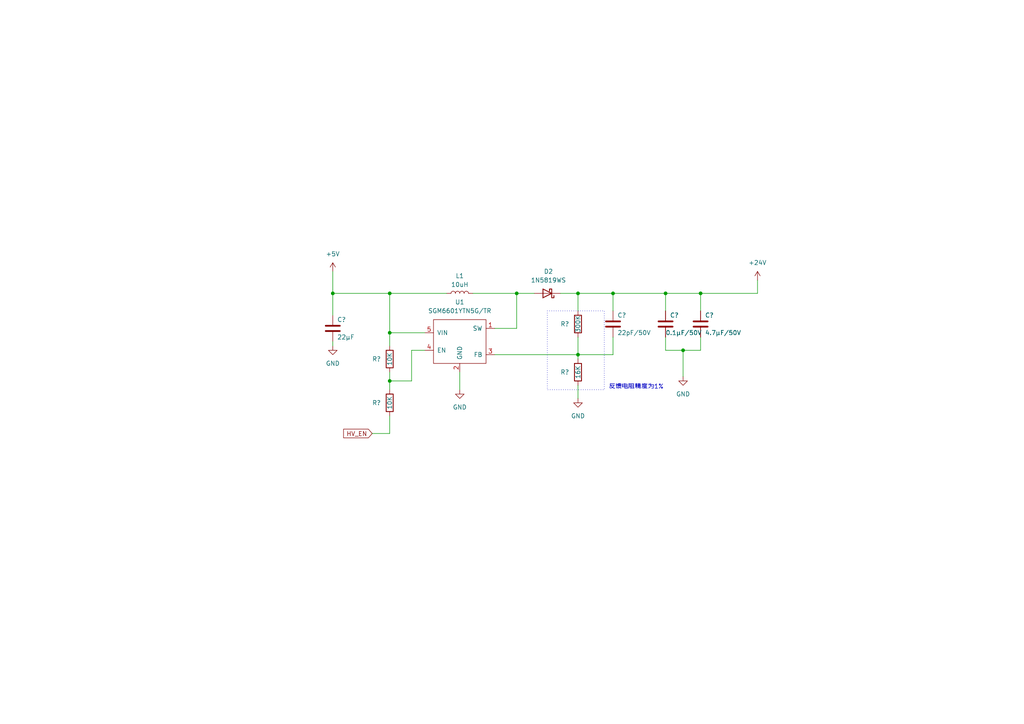
<source format=kicad_sch>
(kicad_sch (version 20230121) (generator eeschema)

  (uuid c4be5d85-fbd5-472f-a56c-e10795e7f281)

  (paper "A4")

  (title_block
    (title "ChronoVolt")
    (date "2023-10-07")
    (rev "0.1")
    (company "Final Resolution")
  )

  (lib_symbols
    (symbol "ChronoVolt_Lib:SGM6601YTN5G/TR" (pin_names (offset 1.016)) (in_bom yes) (on_board yes)
      (property "Reference" "U" (at 0 7.62 0)
        (effects (font (size 1.27 1.27)))
      )
      (property "Value" "SGM6601YTN5G/TR" (at 0 10.16 0)
        (effects (font (size 1.27 1.27)))
      )
      (property "Footprint" "Package_TO_SOT_SMD:TSOT-23-5" (at 0 12.7 0)
        (effects (font (size 1.27 1.27)) hide)
      )
      (property "Datasheet" "" (at 0 -2.032 0)
        (effects (font (size 1.27 1.27)) hide)
      )
      (symbol "SGM6601YTN5G/TR_1_1"
        (rectangle (start -7.62 6.35) (end 7.62 -6.35)
          (stroke (width 0.1524) (type default))
          (fill (type none))
        )
        (pin input line (at 10.16 3.81 180) (length 2.54)
          (name "SW" (effects (font (size 1.27 1.27))))
          (number "1" (effects (font (size 1.27 1.27))))
        )
        (pin input line (at 0 -8.89 90) (length 2.54)
          (name "GND" (effects (font (size 1.27 1.27))))
          (number "2" (effects (font (size 1.27 1.27))))
        )
        (pin input line (at 10.16 -3.81 180) (length 2.54)
          (name "FB" (effects (font (size 1.27 1.27))))
          (number "3" (effects (font (size 1.27 1.27))))
        )
        (pin input line (at -10.16 -2.54 0) (length 2.54)
          (name "EN" (effects (font (size 1.27 1.27))))
          (number "4" (effects (font (size 1.27 1.27))))
        )
        (pin input line (at -10.16 2.54 0) (length 2.54)
          (name "VIN" (effects (font (size 1.27 1.27))))
          (number "5" (effects (font (size 1.27 1.27))))
        )
      )
    )
    (symbol "Device:C" (pin_numbers hide) (pin_names (offset 0.254)) (in_bom yes) (on_board yes)
      (property "Reference" "C" (at 0.635 2.54 0)
        (effects (font (size 1.27 1.27)) (justify left))
      )
      (property "Value" "C" (at 0.635 -2.54 0)
        (effects (font (size 1.27 1.27)) (justify left))
      )
      (property "Footprint" "" (at 0.9652 -3.81 0)
        (effects (font (size 1.27 1.27)) hide)
      )
      (property "Datasheet" "~" (at 0 0 0)
        (effects (font (size 1.27 1.27)) hide)
      )
      (property "ki_keywords" "cap capacitor" (at 0 0 0)
        (effects (font (size 1.27 1.27)) hide)
      )
      (property "ki_description" "Unpolarized capacitor" (at 0 0 0)
        (effects (font (size 1.27 1.27)) hide)
      )
      (property "ki_fp_filters" "C_*" (at 0 0 0)
        (effects (font (size 1.27 1.27)) hide)
      )
      (symbol "C_0_1"
        (polyline
          (pts
            (xy -2.032 -0.762)
            (xy 2.032 -0.762)
          )
          (stroke (width 0.508) (type default))
          (fill (type none))
        )
        (polyline
          (pts
            (xy -2.032 0.762)
            (xy 2.032 0.762)
          )
          (stroke (width 0.508) (type default))
          (fill (type none))
        )
      )
      (symbol "C_1_1"
        (pin passive line (at 0 3.81 270) (length 2.794)
          (name "~" (effects (font (size 1.27 1.27))))
          (number "1" (effects (font (size 1.27 1.27))))
        )
        (pin passive line (at 0 -3.81 90) (length 2.794)
          (name "~" (effects (font (size 1.27 1.27))))
          (number "2" (effects (font (size 1.27 1.27))))
        )
      )
    )
    (symbol "Device:L" (pin_numbers hide) (pin_names (offset 1.016) hide) (in_bom yes) (on_board yes)
      (property "Reference" "L" (at -1.27 0 90)
        (effects (font (size 1.27 1.27)))
      )
      (property "Value" "L" (at 1.905 0 90)
        (effects (font (size 1.27 1.27)))
      )
      (property "Footprint" "" (at 0 0 0)
        (effects (font (size 1.27 1.27)) hide)
      )
      (property "Datasheet" "~" (at 0 0 0)
        (effects (font (size 1.27 1.27)) hide)
      )
      (property "ki_keywords" "inductor choke coil reactor magnetic" (at 0 0 0)
        (effects (font (size 1.27 1.27)) hide)
      )
      (property "ki_description" "Inductor" (at 0 0 0)
        (effects (font (size 1.27 1.27)) hide)
      )
      (property "ki_fp_filters" "Choke_* *Coil* Inductor_* L_*" (at 0 0 0)
        (effects (font (size 1.27 1.27)) hide)
      )
      (symbol "L_0_1"
        (arc (start 0 -2.54) (mid 0.6323 -1.905) (end 0 -1.27)
          (stroke (width 0) (type default))
          (fill (type none))
        )
        (arc (start 0 -1.27) (mid 0.6323 -0.635) (end 0 0)
          (stroke (width 0) (type default))
          (fill (type none))
        )
        (arc (start 0 0) (mid 0.6323 0.635) (end 0 1.27)
          (stroke (width 0) (type default))
          (fill (type none))
        )
        (arc (start 0 1.27) (mid 0.6323 1.905) (end 0 2.54)
          (stroke (width 0) (type default))
          (fill (type none))
        )
      )
      (symbol "L_1_1"
        (pin passive line (at 0 3.81 270) (length 1.27)
          (name "1" (effects (font (size 1.27 1.27))))
          (number "1" (effects (font (size 1.27 1.27))))
        )
        (pin passive line (at 0 -3.81 90) (length 1.27)
          (name "2" (effects (font (size 1.27 1.27))))
          (number "2" (effects (font (size 1.27 1.27))))
        )
      )
    )
    (symbol "Device:R" (pin_numbers hide) (pin_names (offset 0)) (in_bom yes) (on_board yes)
      (property "Reference" "R" (at 2.032 0 90)
        (effects (font (size 1.27 1.27)))
      )
      (property "Value" "R" (at 0 0 90)
        (effects (font (size 1.27 1.27)))
      )
      (property "Footprint" "" (at -1.778 0 90)
        (effects (font (size 1.27 1.27)) hide)
      )
      (property "Datasheet" "~" (at 0 0 0)
        (effects (font (size 1.27 1.27)) hide)
      )
      (property "ki_keywords" "R res resistor" (at 0 0 0)
        (effects (font (size 1.27 1.27)) hide)
      )
      (property "ki_description" "Resistor" (at 0 0 0)
        (effects (font (size 1.27 1.27)) hide)
      )
      (property "ki_fp_filters" "R_*" (at 0 0 0)
        (effects (font (size 1.27 1.27)) hide)
      )
      (symbol "R_0_1"
        (rectangle (start -1.016 -2.54) (end 1.016 2.54)
          (stroke (width 0.254) (type default))
          (fill (type none))
        )
      )
      (symbol "R_1_1"
        (pin passive line (at 0 3.81 270) (length 1.27)
          (name "~" (effects (font (size 1.27 1.27))))
          (number "1" (effects (font (size 1.27 1.27))))
        )
        (pin passive line (at 0 -3.81 90) (length 1.27)
          (name "~" (effects (font (size 1.27 1.27))))
          (number "2" (effects (font (size 1.27 1.27))))
        )
      )
    )
    (symbol "Diode:1N5819WS" (pin_numbers hide) (pin_names (offset 1.016) hide) (in_bom yes) (on_board yes)
      (property "Reference" "D" (at 0 2.54 0)
        (effects (font (size 1.27 1.27)))
      )
      (property "Value" "1N5819WS" (at 0 -2.54 0)
        (effects (font (size 1.27 1.27)))
      )
      (property "Footprint" "Diode_SMD:D_SOD-323" (at 0 -4.445 0)
        (effects (font (size 1.27 1.27)) hide)
      )
      (property "Datasheet" "https://datasheet.lcsc.com/lcsc/2204281430_Guangdong-Hottech-1N5819WS_C191023.pdf" (at 0 0 0)
        (effects (font (size 1.27 1.27)) hide)
      )
      (property "ki_keywords" "diode Schottky" (at 0 0 0)
        (effects (font (size 1.27 1.27)) hide)
      )
      (property "ki_description" "40V 600mV@1A 1A SOD-323 Schottky Barrier Diodes, SOD-323" (at 0 0 0)
        (effects (font (size 1.27 1.27)) hide)
      )
      (property "ki_fp_filters" "D*SOD?323*" (at 0 0 0)
        (effects (font (size 1.27 1.27)) hide)
      )
      (symbol "1N5819WS_0_1"
        (polyline
          (pts
            (xy 1.27 0)
            (xy -1.27 0)
          )
          (stroke (width 0) (type default))
          (fill (type none))
        )
        (polyline
          (pts
            (xy 1.27 1.27)
            (xy 1.27 -1.27)
            (xy -1.27 0)
            (xy 1.27 1.27)
          )
          (stroke (width 0.254) (type default))
          (fill (type none))
        )
        (polyline
          (pts
            (xy -1.905 0.635)
            (xy -1.905 1.27)
            (xy -1.27 1.27)
            (xy -1.27 -1.27)
            (xy -0.635 -1.27)
            (xy -0.635 -0.635)
          )
          (stroke (width 0.254) (type default))
          (fill (type none))
        )
      )
      (symbol "1N5819WS_1_1"
        (pin passive line (at -3.81 0 0) (length 2.54)
          (name "K" (effects (font (size 1.27 1.27))))
          (number "1" (effects (font (size 1.27 1.27))))
        )
        (pin passive line (at 3.81 0 180) (length 2.54)
          (name "A" (effects (font (size 1.27 1.27))))
          (number "2" (effects (font (size 1.27 1.27))))
        )
      )
    )
    (symbol "power:+24V" (power) (pin_names (offset 0)) (in_bom yes) (on_board yes)
      (property "Reference" "#PWR" (at 0 -3.81 0)
        (effects (font (size 1.27 1.27)) hide)
      )
      (property "Value" "+24V" (at 0 3.556 0)
        (effects (font (size 1.27 1.27)))
      )
      (property "Footprint" "" (at 0 0 0)
        (effects (font (size 1.27 1.27)) hide)
      )
      (property "Datasheet" "" (at 0 0 0)
        (effects (font (size 1.27 1.27)) hide)
      )
      (property "ki_keywords" "global power" (at 0 0 0)
        (effects (font (size 1.27 1.27)) hide)
      )
      (property "ki_description" "Power symbol creates a global label with name \"+24V\"" (at 0 0 0)
        (effects (font (size 1.27 1.27)) hide)
      )
      (symbol "+24V_0_1"
        (polyline
          (pts
            (xy -0.762 1.27)
            (xy 0 2.54)
          )
          (stroke (width 0) (type default))
          (fill (type none))
        )
        (polyline
          (pts
            (xy 0 0)
            (xy 0 2.54)
          )
          (stroke (width 0) (type default))
          (fill (type none))
        )
        (polyline
          (pts
            (xy 0 2.54)
            (xy 0.762 1.27)
          )
          (stroke (width 0) (type default))
          (fill (type none))
        )
      )
      (symbol "+24V_1_1"
        (pin power_in line (at 0 0 90) (length 0) hide
          (name "+24V" (effects (font (size 1.27 1.27))))
          (number "1" (effects (font (size 1.27 1.27))))
        )
      )
    )
    (symbol "power:+5V" (power) (pin_names (offset 0)) (in_bom yes) (on_board yes)
      (property "Reference" "#PWR" (at 0 -3.81 0)
        (effects (font (size 1.27 1.27)) hide)
      )
      (property "Value" "+5V" (at 0 3.556 0)
        (effects (font (size 1.27 1.27)))
      )
      (property "Footprint" "" (at 0 0 0)
        (effects (font (size 1.27 1.27)) hide)
      )
      (property "Datasheet" "" (at 0 0 0)
        (effects (font (size 1.27 1.27)) hide)
      )
      (property "ki_keywords" "global power" (at 0 0 0)
        (effects (font (size 1.27 1.27)) hide)
      )
      (property "ki_description" "Power symbol creates a global label with name \"+5V\"" (at 0 0 0)
        (effects (font (size 1.27 1.27)) hide)
      )
      (symbol "+5V_0_1"
        (polyline
          (pts
            (xy -0.762 1.27)
            (xy 0 2.54)
          )
          (stroke (width 0) (type default))
          (fill (type none))
        )
        (polyline
          (pts
            (xy 0 0)
            (xy 0 2.54)
          )
          (stroke (width 0) (type default))
          (fill (type none))
        )
        (polyline
          (pts
            (xy 0 2.54)
            (xy 0.762 1.27)
          )
          (stroke (width 0) (type default))
          (fill (type none))
        )
      )
      (symbol "+5V_1_1"
        (pin power_in line (at 0 0 90) (length 0) hide
          (name "+5V" (effects (font (size 1.27 1.27))))
          (number "1" (effects (font (size 1.27 1.27))))
        )
      )
    )
    (symbol "power:GND" (power) (pin_names (offset 0)) (in_bom yes) (on_board yes)
      (property "Reference" "#PWR" (at 0 -6.35 0)
        (effects (font (size 1.27 1.27)) hide)
      )
      (property "Value" "GND" (at 0 -3.81 0)
        (effects (font (size 1.27 1.27)))
      )
      (property "Footprint" "" (at 0 0 0)
        (effects (font (size 1.27 1.27)) hide)
      )
      (property "Datasheet" "" (at 0 0 0)
        (effects (font (size 1.27 1.27)) hide)
      )
      (property "ki_keywords" "global power" (at 0 0 0)
        (effects (font (size 1.27 1.27)) hide)
      )
      (property "ki_description" "Power symbol creates a global label with name \"GND\" , ground" (at 0 0 0)
        (effects (font (size 1.27 1.27)) hide)
      )
      (symbol "GND_0_1"
        (polyline
          (pts
            (xy 0 0)
            (xy 0 -1.27)
            (xy 1.27 -1.27)
            (xy 0 -2.54)
            (xy -1.27 -1.27)
            (xy 0 -1.27)
          )
          (stroke (width 0) (type default))
          (fill (type none))
        )
      )
      (symbol "GND_1_1"
        (pin power_in line (at 0 0 270) (length 0) hide
          (name "GND" (effects (font (size 1.27 1.27))))
          (number "1" (effects (font (size 1.27 1.27))))
        )
      )
    )
  )

  (junction (at 96.52 85.09) (diameter 0) (color 0 0 0 0)
    (uuid 125169d1-b6f9-4ad4-975a-7a9fda85c30c)
  )
  (junction (at 113.03 96.52) (diameter 0) (color 0 0 0 0)
    (uuid 4d143e95-e9bf-4dd5-8e8f-b3d3250c489f)
  )
  (junction (at 203.2 85.09) (diameter 0) (color 0 0 0 0)
    (uuid 7518fb6c-a3fb-49c5-867c-31729fd3b7d4)
  )
  (junction (at 177.8 85.09) (diameter 0) (color 0 0 0 0)
    (uuid 7882c320-858d-4a4c-8873-79d351a5c99e)
  )
  (junction (at 167.64 85.09) (diameter 0) (color 0 0 0 0)
    (uuid 80e5e4ab-0261-489d-b911-f41b56aeb490)
  )
  (junction (at 167.64 102.87) (diameter 0) (color 0 0 0 0)
    (uuid b29cd824-f518-4647-9687-7b12e3c40296)
  )
  (junction (at 113.03 85.09) (diameter 0) (color 0 0 0 0)
    (uuid d40bd037-7a58-4a2b-8f79-49b2031c0804)
  )
  (junction (at 193.04 85.09) (diameter 0) (color 0 0 0 0)
    (uuid e304d70c-48c5-4b8d-927d-8006a849a288)
  )
  (junction (at 198.12 101.6) (diameter 0) (color 0 0 0 0)
    (uuid e6bd2ccb-4780-4ea0-8146-ee4a02c75d19)
  )
  (junction (at 113.03 110.49) (diameter 0) (color 0 0 0 0)
    (uuid f1e0f66e-6192-4924-b5db-0d7db448a0c0)
  )
  (junction (at 149.86 85.09) (diameter 0) (color 0 0 0 0)
    (uuid fa68bc41-76e7-4718-825f-367c36dd4a50)
  )

  (wire (pts (xy 177.8 90.17) (xy 177.8 85.09))
    (stroke (width 0) (type default))
    (uuid 00e87074-07a8-4a0d-95fc-77874d10e7bc)
  )
  (wire (pts (xy 113.03 110.49) (xy 113.03 113.03))
    (stroke (width 0) (type default))
    (uuid 05c57016-9b00-4c12-bc7b-3e3b423e80c7)
  )
  (wire (pts (xy 149.86 95.25) (xy 149.86 85.09))
    (stroke (width 0) (type default))
    (uuid 06c20e52-5e9a-4920-9b73-cacda301a89e)
  )
  (wire (pts (xy 129.54 85.09) (xy 113.03 85.09))
    (stroke (width 0) (type default))
    (uuid 07766cc9-a30a-4ce1-8d4a-07f7327b7b32)
  )
  (wire (pts (xy 96.52 99.06) (xy 96.52 100.33))
    (stroke (width 0) (type default))
    (uuid 13891f9c-1a21-4aab-a670-ced1c3f105ed)
  )
  (wire (pts (xy 137.16 85.09) (xy 149.86 85.09))
    (stroke (width 0) (type default))
    (uuid 190a63d9-46fd-400b-9bc0-9e479388103f)
  )
  (wire (pts (xy 198.12 101.6) (xy 193.04 101.6))
    (stroke (width 0) (type default))
    (uuid 1b81eef8-0355-4514-9852-5670b469203f)
  )
  (wire (pts (xy 193.04 85.09) (xy 203.2 85.09))
    (stroke (width 0) (type default))
    (uuid 1ba852a6-029f-40e6-a453-6cccd33957b2)
  )
  (wire (pts (xy 219.71 85.09) (xy 219.71 81.28))
    (stroke (width 0) (type default))
    (uuid 27d0e519-6d90-4dd7-86d1-5b41823f97bf)
  )
  (wire (pts (xy 198.12 101.6) (xy 198.12 109.22))
    (stroke (width 0) (type default))
    (uuid 28bdbf24-dfe1-44aa-b5d8-ef70c3bc7a1b)
  )
  (wire (pts (xy 193.04 90.17) (xy 193.04 85.09))
    (stroke (width 0) (type default))
    (uuid 2c4e5c52-da67-4e4e-9113-b9fb5864cedf)
  )
  (wire (pts (xy 119.38 110.49) (xy 113.03 110.49))
    (stroke (width 0) (type default))
    (uuid 33000533-5fc2-43ce-8a69-1b66bb484555)
  )
  (wire (pts (xy 113.03 96.52) (xy 113.03 100.33))
    (stroke (width 0) (type default))
    (uuid 3dd74121-a6a1-4723-8254-431daab5a0b5)
  )
  (wire (pts (xy 133.35 113.03) (xy 133.35 107.95))
    (stroke (width 0) (type default))
    (uuid 3f2baee1-9750-4406-833c-90b504a389c6)
  )
  (wire (pts (xy 143.51 102.87) (xy 167.64 102.87))
    (stroke (width 0) (type default))
    (uuid 45691aa7-1e87-45e9-b2b3-041af8df6e59)
  )
  (wire (pts (xy 162.56 85.09) (xy 167.64 85.09))
    (stroke (width 0) (type default))
    (uuid 49395605-9d3f-4a4e-a4ff-09117a2bf38d)
  )
  (wire (pts (xy 96.52 85.09) (xy 96.52 91.44))
    (stroke (width 0) (type default))
    (uuid 4b0dbe13-d544-4c5e-84d7-2c8f64b5b1d4)
  )
  (wire (pts (xy 113.03 125.73) (xy 113.03 120.65))
    (stroke (width 0) (type default))
    (uuid 4c1dead0-d565-47be-a338-5c9e2c397d6c)
  )
  (wire (pts (xy 113.03 110.49) (xy 113.03 107.95))
    (stroke (width 0) (type default))
    (uuid 4f9d03eb-3c19-461d-8252-260a789f1719)
  )
  (wire (pts (xy 113.03 85.09) (xy 96.52 85.09))
    (stroke (width 0) (type default))
    (uuid 68344fa9-e6f3-4c63-b4fc-250fdd2aedf7)
  )
  (wire (pts (xy 107.95 125.73) (xy 113.03 125.73))
    (stroke (width 0) (type default))
    (uuid 6c6dc6ac-81bd-4542-adcc-01a83d9c04be)
  )
  (wire (pts (xy 149.86 85.09) (xy 154.94 85.09))
    (stroke (width 0) (type default))
    (uuid 6f513ff1-e682-429e-ad24-669f62354d60)
  )
  (wire (pts (xy 193.04 97.79) (xy 193.04 101.6))
    (stroke (width 0) (type default))
    (uuid 74687fde-0f0f-4314-b7e3-c5bbd74b386b)
  )
  (wire (pts (xy 203.2 90.17) (xy 203.2 85.09))
    (stroke (width 0) (type default))
    (uuid 7b8e69d4-cf7f-49b9-a23e-885df31af9f2)
  )
  (wire (pts (xy 119.38 101.6) (xy 119.38 110.49))
    (stroke (width 0) (type default))
    (uuid 801bdb1a-1fb9-498c-a6bd-379bdfcf613d)
  )
  (wire (pts (xy 198.12 101.6) (xy 203.2 101.6))
    (stroke (width 0) (type default))
    (uuid 80c0125e-5c32-46a1-8129-2e9b83f4098b)
  )
  (wire (pts (xy 177.8 85.09) (xy 193.04 85.09))
    (stroke (width 0) (type default))
    (uuid 836fd0cc-f94e-493d-8883-b4f87e8df66d)
  )
  (wire (pts (xy 123.19 101.6) (xy 119.38 101.6))
    (stroke (width 0) (type default))
    (uuid 85a2f7b5-976c-473c-b47f-8b19f871b3ee)
  )
  (wire (pts (xy 203.2 85.09) (xy 219.71 85.09))
    (stroke (width 0) (type default))
    (uuid 85c9dcf1-0405-45a2-9c56-6b2eee600f81)
  )
  (wire (pts (xy 143.51 95.25) (xy 149.86 95.25))
    (stroke (width 0) (type default))
    (uuid 959b4037-edb2-41f6-aec9-2e16e767b616)
  )
  (wire (pts (xy 177.8 97.79) (xy 177.8 102.87))
    (stroke (width 0) (type default))
    (uuid a04c6e3b-3d7d-4272-98eb-66df0805ad52)
  )
  (wire (pts (xy 167.64 102.87) (xy 167.64 104.14))
    (stroke (width 0) (type default))
    (uuid c415476b-b998-4d41-a19a-ae26f4ca56b4)
  )
  (wire (pts (xy 96.52 78.74) (xy 96.52 85.09))
    (stroke (width 0) (type default))
    (uuid cbbb12f0-8297-41c2-97c9-7083532fa38b)
  )
  (wire (pts (xy 113.03 96.52) (xy 113.03 85.09))
    (stroke (width 0) (type default))
    (uuid cdd3e473-4acf-4f21-839e-dcba8eeed16f)
  )
  (wire (pts (xy 177.8 85.09) (xy 167.64 85.09))
    (stroke (width 0) (type default))
    (uuid d5b7b4e8-0875-42a1-b403-e27870dd21a9)
  )
  (wire (pts (xy 167.64 97.79) (xy 167.64 102.87))
    (stroke (width 0) (type default))
    (uuid d5bb34fd-f841-4f3e-8e60-70d1edc9fe54)
  )
  (wire (pts (xy 203.2 97.79) (xy 203.2 101.6))
    (stroke (width 0) (type default))
    (uuid d7915b9b-b42a-4c7b-9adc-2ab12660e64c)
  )
  (wire (pts (xy 167.64 102.87) (xy 177.8 102.87))
    (stroke (width 0) (type default))
    (uuid df3c396d-bc27-4a62-bedd-869d829967c6)
  )
  (wire (pts (xy 123.19 96.52) (xy 113.03 96.52))
    (stroke (width 0) (type default))
    (uuid e8bcf437-44bc-4a14-b826-40a39faf7a32)
  )
  (wire (pts (xy 167.64 111.76) (xy 167.64 115.57))
    (stroke (width 0) (type default))
    (uuid ee123c8a-b6a9-49d6-81fe-b517634ff592)
  )
  (wire (pts (xy 167.64 85.09) (xy 167.64 90.17))
    (stroke (width 0) (type default))
    (uuid ef3c1081-9144-49f2-80cb-4569728efff6)
  )

  (rectangle (start 158.75 90.17) (end 175.26 113.03)
    (stroke (width 0) (type dot))
    (fill (type none))
    (uuid e5bfaa65-876c-44d8-a557-69f046a66797)
  )

  (text "反馈电阻精度为1%" (at 176.53 113.03 0)
    (effects (font (size 1.27 1.27)) (justify left bottom))
    (uuid 6b834387-4665-43ee-9fa5-e6e01ce7cb24)
  )

  (global_label "HV_EN" (shape input) (at 107.95 125.73 180) (fields_autoplaced)
    (effects (font (size 1.27 1.27)) (justify right))
    (uuid 6331189b-6e6e-4314-821d-e91a04a9045c)
    (property "Intersheetrefs" "${INTERSHEET_REFS}" (at 99.178 125.73 0)
      (effects (font (size 1.27 1.27)) (justify right) hide)
    )
  )

  (symbol (lib_id "Device:C") (at 177.8 93.98 0) (unit 1)
    (in_bom yes) (on_board yes) (dnp no)
    (uuid 1cec2b52-f7fb-4d57-b22c-3b49e5efd766)
    (property "Reference" "C?" (at 179.07 91.44 0)
      (effects (font (size 1.27 1.27)) (justify left))
    )
    (property "Value" "22pF/50V" (at 179.07 96.52 0)
      (effects (font (size 1.27 1.27)) (justify left))
    )
    (property "Footprint" "Capacitor_SMD:C_0603_1608Metric" (at 178.7652 97.79 0)
      (effects (font (size 1.27 1.27)) hide)
    )
    (property "Datasheet" "~" (at 177.8 93.98 0)
      (effects (font (size 1.27 1.27)) hide)
    )
    (pin "1" (uuid 8d454549-562e-4c1e-8f84-ae418c031b21))
    (pin "2" (uuid 3bffc973-22c0-4856-834c-85b2fe8ab8dd))
    (instances
      (project "Final_ESPNoob_RevA_1006"
        (path "/020f851d-ff42-49ee-a080-0144446afa6e"
          (reference "C?") (unit 1)
        )
      )
      (project "ChronoVolt_Display"
        (path "/cceb3d39-99f1-4cc7-aa1d-f414cbebc8ea/b093c988-cfbb-4967-acff-4c3e523ec5a1"
          (reference "C4") (unit 1)
        )
      )
    )
  )

  (symbol (lib_id "power:GND") (at 167.64 115.57 0) (unit 1)
    (in_bom yes) (on_board yes) (dnp no) (fields_autoplaced)
    (uuid 280c7ab0-c366-4fde-9063-09fc2c76fffe)
    (property "Reference" "#PWR?" (at 167.64 121.92 0)
      (effects (font (size 1.27 1.27)) hide)
    )
    (property "Value" "GND" (at 167.64 120.65 0)
      (effects (font (size 1.27 1.27)))
    )
    (property "Footprint" "" (at 167.64 115.57 0)
      (effects (font (size 1.27 1.27)) hide)
    )
    (property "Datasheet" "" (at 167.64 115.57 0)
      (effects (font (size 1.27 1.27)) hide)
    )
    (pin "1" (uuid 24915bbd-4c97-4c74-90c1-76fa4ff0ee67))
    (instances
      (project "Final_ESPNoob_RevA_1006"
        (path "/020f851d-ff42-49ee-a080-0144446afa6e"
          (reference "#PWR?") (unit 1)
        )
      )
      (project "ChronoVolt_Display"
        (path "/cceb3d39-99f1-4cc7-aa1d-f414cbebc8ea/b093c988-cfbb-4967-acff-4c3e523ec5a1"
          (reference "#PWR012") (unit 1)
        )
      )
    )
  )

  (symbol (lib_id "power:GND") (at 133.35 113.03 0) (unit 1)
    (in_bom yes) (on_board yes) (dnp no) (fields_autoplaced)
    (uuid 29572020-1019-49cd-810b-eff0fe408c88)
    (property "Reference" "#PWR011" (at 133.35 119.38 0)
      (effects (font (size 1.27 1.27)) hide)
    )
    (property "Value" "GND" (at 133.35 118.11 0)
      (effects (font (size 1.27 1.27)))
    )
    (property "Footprint" "" (at 133.35 113.03 0)
      (effects (font (size 1.27 1.27)) hide)
    )
    (property "Datasheet" "" (at 133.35 113.03 0)
      (effects (font (size 1.27 1.27)) hide)
    )
    (pin "1" (uuid 18aaf8bf-2fb7-44bd-8c0c-ea98e4009b92))
    (instances
      (project "ChronoVolt_Display"
        (path "/cceb3d39-99f1-4cc7-aa1d-f414cbebc8ea/b093c988-cfbb-4967-acff-4c3e523ec5a1"
          (reference "#PWR011") (unit 1)
        )
      )
    )
  )

  (symbol (lib_id "power:GND") (at 198.12 109.22 0) (unit 1)
    (in_bom yes) (on_board yes) (dnp no) (fields_autoplaced)
    (uuid 654e93dc-1c5b-4b22-b8fe-8170db2db139)
    (property "Reference" "#PWR?" (at 198.12 115.57 0)
      (effects (font (size 1.27 1.27)) hide)
    )
    (property "Value" "GND" (at 198.12 114.3 0)
      (effects (font (size 1.27 1.27)))
    )
    (property "Footprint" "" (at 198.12 109.22 0)
      (effects (font (size 1.27 1.27)) hide)
    )
    (property "Datasheet" "" (at 198.12 109.22 0)
      (effects (font (size 1.27 1.27)) hide)
    )
    (pin "1" (uuid fcd6ed5a-1ce0-446c-a369-4a3c1aea1d45))
    (instances
      (project "Final_ESPNoob_RevA_1006"
        (path "/020f851d-ff42-49ee-a080-0144446afa6e"
          (reference "#PWR?") (unit 1)
        )
      )
      (project "ChronoVolt_Display"
        (path "/cceb3d39-99f1-4cc7-aa1d-f414cbebc8ea/b093c988-cfbb-4967-acff-4c3e523ec5a1"
          (reference "#PWR013") (unit 1)
        )
      )
    )
  )

  (symbol (lib_id "Device:R") (at 113.03 116.84 0) (unit 1)
    (in_bom no) (on_board yes) (dnp no)
    (uuid 7f9db682-1382-4f69-ad4b-52b83910bba8)
    (property "Reference" "R?" (at 109.22 116.84 0)
      (effects (font (size 1.27 1.27)))
    )
    (property "Value" "10K" (at 113.03 116.84 90)
      (effects (font (size 1.27 1.27)))
    )
    (property "Footprint" "Resistor_SMD:R_0603_1608Metric" (at 111.252 116.84 90)
      (effects (font (size 1.27 1.27)) hide)
    )
    (property "Datasheet" "~" (at 113.03 116.84 0)
      (effects (font (size 1.27 1.27)) hide)
    )
    (pin "1" (uuid f25719e0-618c-4b97-b234-8ead1a83105c))
    (pin "2" (uuid 8f5aa6ce-9fe7-47c7-93c7-3c259f85a8ce))
    (instances
      (project "Final_ESPNoob_RevA_1006"
        (path "/020f851d-ff42-49ee-a080-0144446afa6e"
          (reference "R?") (unit 1)
        )
      )
      (project "ChronoVolt_Display"
        (path "/cceb3d39-99f1-4cc7-aa1d-f414cbebc8ea/b093c988-cfbb-4967-acff-4c3e523ec5a1"
          (reference "R7") (unit 1)
        )
      )
    )
  )

  (symbol (lib_id "Device:C") (at 193.04 93.98 0) (unit 1)
    (in_bom yes) (on_board yes) (dnp no)
    (uuid 8af22179-ab4c-4e0e-9147-4704d665819f)
    (property "Reference" "C?" (at 194.31 91.44 0)
      (effects (font (size 1.27 1.27)) (justify left))
    )
    (property "Value" "0.1μF/50V" (at 193.04 96.52 0)
      (effects (font (size 1.27 1.27)) (justify left))
    )
    (property "Footprint" "Capacitor_SMD:C_0603_1608Metric" (at 194.0052 97.79 0)
      (effects (font (size 1.27 1.27)) hide)
    )
    (property "Datasheet" "~" (at 193.04 93.98 0)
      (effects (font (size 1.27 1.27)) hide)
    )
    (pin "1" (uuid 6be0dccd-1d50-425d-bb6a-d9654df1937a))
    (pin "2" (uuid 9cbc2228-3ce1-41a7-8013-de0a78e8abcf))
    (instances
      (project "Final_ESPNoob_RevA_1006"
        (path "/020f851d-ff42-49ee-a080-0144446afa6e"
          (reference "C?") (unit 1)
        )
      )
      (project "ChronoVolt_Display"
        (path "/cceb3d39-99f1-4cc7-aa1d-f414cbebc8ea/b093c988-cfbb-4967-acff-4c3e523ec5a1"
          (reference "C5") (unit 1)
        )
      )
    )
  )

  (symbol (lib_id "power:GND") (at 96.52 100.33 0) (unit 1)
    (in_bom yes) (on_board yes) (dnp no)
    (uuid 8cd28021-f6ce-46d1-b7db-f89d24c913f2)
    (property "Reference" "#PWR?" (at 96.52 106.68 0)
      (effects (font (size 1.27 1.27)) hide)
    )
    (property "Value" "GND" (at 96.52 105.41 0)
      (effects (font (size 1.27 1.27)))
    )
    (property "Footprint" "" (at 96.52 100.33 0)
      (effects (font (size 1.27 1.27)) hide)
    )
    (property "Datasheet" "" (at 96.52 100.33 0)
      (effects (font (size 1.27 1.27)) hide)
    )
    (pin "1" (uuid 3814ebd5-01cd-4a67-b79d-7ac67fcf9bdd))
    (instances
      (project "Final_ESPNoob_RevA_1006"
        (path "/020f851d-ff42-49ee-a080-0144446afa6e"
          (reference "#PWR?") (unit 1)
        )
      )
      (project "ChronoVolt_Display"
        (path "/cceb3d39-99f1-4cc7-aa1d-f414cbebc8ea/b093c988-cfbb-4967-acff-4c3e523ec5a1"
          (reference "#PWR010") (unit 1)
        )
      )
    )
  )

  (symbol (lib_id "Device:R") (at 113.03 104.14 0) (unit 1)
    (in_bom yes) (on_board yes) (dnp no)
    (uuid 96ae112c-cb57-46e3-b9ad-bf8c88ee1e6a)
    (property "Reference" "R?" (at 109.22 104.14 0)
      (effects (font (size 1.27 1.27)))
    )
    (property "Value" "10K" (at 113.03 104.14 90)
      (effects (font (size 1.27 1.27)))
    )
    (property "Footprint" "Resistor_SMD:R_0603_1608Metric" (at 111.252 104.14 90)
      (effects (font (size 1.27 1.27)) hide)
    )
    (property "Datasheet" "~" (at 113.03 104.14 0)
      (effects (font (size 1.27 1.27)) hide)
    )
    (pin "1" (uuid 631a2585-5491-411b-b0f5-841f4c5ede18))
    (pin "2" (uuid 59560130-0e7e-4391-a029-9dc2582aaeed))
    (instances
      (project "Final_ESPNoob_RevA_1006"
        (path "/020f851d-ff42-49ee-a080-0144446afa6e"
          (reference "R?") (unit 1)
        )
      )
      (project "ChronoVolt_Display"
        (path "/cceb3d39-99f1-4cc7-aa1d-f414cbebc8ea/b093c988-cfbb-4967-acff-4c3e523ec5a1"
          (reference "R6") (unit 1)
        )
      )
    )
  )

  (symbol (lib_id "Device:R") (at 167.64 93.98 0) (unit 1)
    (in_bom yes) (on_board yes) (dnp no)
    (uuid 96f215b2-5851-4cd0-93c4-99c3e5009460)
    (property "Reference" "R?" (at 163.83 93.98 0)
      (effects (font (size 1.27 1.27)))
    )
    (property "Value" "300K" (at 167.64 93.98 90)
      (effects (font (size 1.27 1.27)))
    )
    (property "Footprint" "Resistor_SMD:R_0603_1608Metric" (at 165.862 93.98 90)
      (effects (font (size 1.27 1.27)) hide)
    )
    (property "Datasheet" "~" (at 167.64 93.98 0)
      (effects (font (size 1.27 1.27)) hide)
    )
    (pin "1" (uuid 23894767-271f-4570-8481-9b82c6633b56))
    (pin "2" (uuid 4b538094-dbf7-4670-8efd-2221a7795e0d))
    (instances
      (project "Final_ESPNoob_RevA_1006"
        (path "/020f851d-ff42-49ee-a080-0144446afa6e"
          (reference "R?") (unit 1)
        )
      )
      (project "ChronoVolt_Display"
        (path "/cceb3d39-99f1-4cc7-aa1d-f414cbebc8ea/b093c988-cfbb-4967-acff-4c3e523ec5a1"
          (reference "R8") (unit 1)
        )
      )
    )
  )

  (symbol (lib_id "ChronoVolt_Lib:SGM6601YTN5G/TR") (at 133.35 99.06 0) (unit 1)
    (in_bom yes) (on_board yes) (dnp no) (fields_autoplaced)
    (uuid a21f0a11-bf21-441c-8dc7-c40169710ca0)
    (property "Reference" "U1" (at 133.35 87.63 0)
      (effects (font (size 1.27 1.27)))
    )
    (property "Value" "SGM6601YTN5G/TR" (at 133.35 90.17 0)
      (effects (font (size 1.27 1.27)))
    )
    (property "Footprint" "Package_TO_SOT_SMD:TSOT-23-5" (at 133.35 86.36 0)
      (effects (font (size 1.27 1.27)) hide)
    )
    (property "Datasheet" "" (at 133.35 101.092 0)
      (effects (font (size 1.27 1.27)) hide)
    )
    (pin "1" (uuid b42ed98d-4ba7-4b90-bfce-61ab67ac6b42))
    (pin "2" (uuid 8b8501bd-c9e5-4cea-931b-182c3978096a))
    (pin "3" (uuid 6cd0d353-68f0-4b18-96bf-51b236595e25))
    (pin "4" (uuid aeea920d-a0dc-433c-abe8-db39cab7e176))
    (pin "5" (uuid 5358a56f-a045-4f9a-ac21-d6e55599f89c))
    (instances
      (project "ChronoVolt_Display"
        (path "/cceb3d39-99f1-4cc7-aa1d-f414cbebc8ea/b093c988-cfbb-4967-acff-4c3e523ec5a1"
          (reference "U1") (unit 1)
        )
      )
    )
  )

  (symbol (lib_id "Device:C") (at 96.52 95.25 0) (unit 1)
    (in_bom yes) (on_board yes) (dnp no)
    (uuid c5c9fe57-8cf0-4953-b843-f6451bbfd2f9)
    (property "Reference" "C?" (at 97.79 92.71 0)
      (effects (font (size 1.27 1.27)) (justify left))
    )
    (property "Value" "22μF" (at 97.79 97.79 0)
      (effects (font (size 1.27 1.27)) (justify left))
    )
    (property "Footprint" "Capacitor_SMD:C_0603_1608Metric" (at 97.4852 99.06 0)
      (effects (font (size 1.27 1.27)) hide)
    )
    (property "Datasheet" "~" (at 96.52 95.25 0)
      (effects (font (size 1.27 1.27)) hide)
    )
    (pin "1" (uuid beffc6e1-ca90-4b53-ab13-56bbc492882c))
    (pin "2" (uuid b6920920-437f-4c5f-8e63-43b4bcab0bed))
    (instances
      (project "Final_ESPNoob_RevA_1006"
        (path "/020f851d-ff42-49ee-a080-0144446afa6e"
          (reference "C?") (unit 1)
        )
      )
      (project "ChronoVolt_Display"
        (path "/cceb3d39-99f1-4cc7-aa1d-f414cbebc8ea/b093c988-cfbb-4967-acff-4c3e523ec5a1"
          (reference "C3") (unit 1)
        )
      )
    )
  )

  (symbol (lib_id "Device:L") (at 133.35 85.09 90) (unit 1)
    (in_bom yes) (on_board yes) (dnp no) (fields_autoplaced)
    (uuid c6170224-735a-4953-83fe-8b6803112ac4)
    (property "Reference" "L1" (at 133.35 80.01 90)
      (effects (font (size 1.27 1.27)))
    )
    (property "Value" "10uH" (at 133.35 82.55 90)
      (effects (font (size 1.27 1.27)))
    )
    (property "Footprint" "Inductor_SMD:L_1008_2520Metric" (at 133.35 85.09 0)
      (effects (font (size 1.27 1.27)) hide)
    )
    (property "Datasheet" "~" (at 133.35 85.09 0)
      (effects (font (size 1.27 1.27)) hide)
    )
    (pin "1" (uuid 02c738b8-1722-4601-af50-78a87a643d73))
    (pin "2" (uuid 2135196b-d278-43a3-a8aa-847a51a43fc9))
    (instances
      (project "ChronoVolt_Display"
        (path "/cceb3d39-99f1-4cc7-aa1d-f414cbebc8ea/b093c988-cfbb-4967-acff-4c3e523ec5a1"
          (reference "L1") (unit 1)
        )
      )
    )
  )

  (symbol (lib_id "Diode:1N5819WS") (at 158.75 85.09 180) (unit 1)
    (in_bom yes) (on_board yes) (dnp no) (fields_autoplaced)
    (uuid d4ffac93-9737-4063-8381-872b492fe5c0)
    (property "Reference" "D2" (at 159.0675 78.74 0)
      (effects (font (size 1.27 1.27)))
    )
    (property "Value" "1N5819WS" (at 159.0675 81.28 0)
      (effects (font (size 1.27 1.27)))
    )
    (property "Footprint" "Diode_SMD:D_SOD-323" (at 158.75 80.645 0)
      (effects (font (size 1.27 1.27)) hide)
    )
    (property "Datasheet" "https://datasheet.lcsc.com/lcsc/2204281430_Guangdong-Hottech-1N5819WS_C191023.pdf" (at 158.75 85.09 0)
      (effects (font (size 1.27 1.27)) hide)
    )
    (pin "1" (uuid 502fdd83-f7a1-43f0-965b-476f12d4406d))
    (pin "2" (uuid 881deb70-0909-4813-97ee-8307a24c6c36))
    (instances
      (project "ChronoVolt_Display"
        (path "/cceb3d39-99f1-4cc7-aa1d-f414cbebc8ea/b093c988-cfbb-4967-acff-4c3e523ec5a1"
          (reference "D2") (unit 1)
        )
      )
    )
  )

  (symbol (lib_id "Device:R") (at 167.64 107.95 0) (unit 1)
    (in_bom yes) (on_board yes) (dnp no)
    (uuid d841593b-f221-42ef-9fcd-3b26559eefa7)
    (property "Reference" "R?" (at 163.83 107.95 0)
      (effects (font (size 1.27 1.27)))
    )
    (property "Value" "16K" (at 167.64 107.95 90)
      (effects (font (size 1.27 1.27)))
    )
    (property "Footprint" "Resistor_SMD:R_0603_1608Metric" (at 165.862 107.95 90)
      (effects (font (size 1.27 1.27)) hide)
    )
    (property "Datasheet" "~" (at 167.64 107.95 0)
      (effects (font (size 1.27 1.27)) hide)
    )
    (pin "1" (uuid d424fef4-8390-4019-9cf2-9a1d3439dcc5))
    (pin "2" (uuid ee1b53db-3096-44ce-9633-ac1b876c3d30))
    (instances
      (project "Final_ESPNoob_RevA_1006"
        (path "/020f851d-ff42-49ee-a080-0144446afa6e"
          (reference "R?") (unit 1)
        )
      )
      (project "ChronoVolt_Display"
        (path "/cceb3d39-99f1-4cc7-aa1d-f414cbebc8ea/b093c988-cfbb-4967-acff-4c3e523ec5a1"
          (reference "R9") (unit 1)
        )
      )
    )
  )

  (symbol (lib_id "power:+5V") (at 96.52 78.74 0) (unit 1)
    (in_bom yes) (on_board yes) (dnp no) (fields_autoplaced)
    (uuid df97f769-8ca8-4785-8f81-5c4b46b2e770)
    (property "Reference" "#PWR09" (at 96.52 82.55 0)
      (effects (font (size 1.27 1.27)) hide)
    )
    (property "Value" "+5V" (at 96.52 73.66 0)
      (effects (font (size 1.27 1.27)))
    )
    (property "Footprint" "" (at 96.52 78.74 0)
      (effects (font (size 1.27 1.27)) hide)
    )
    (property "Datasheet" "" (at 96.52 78.74 0)
      (effects (font (size 1.27 1.27)) hide)
    )
    (pin "1" (uuid 3099db40-f34b-4944-9c2c-7ea24cac47dc))
    (instances
      (project "ChronoVolt_Display"
        (path "/cceb3d39-99f1-4cc7-aa1d-f414cbebc8ea/b093c988-cfbb-4967-acff-4c3e523ec5a1"
          (reference "#PWR09") (unit 1)
        )
      )
    )
  )

  (symbol (lib_id "power:+24V") (at 219.71 81.28 0) (unit 1)
    (in_bom yes) (on_board yes) (dnp no) (fields_autoplaced)
    (uuid e38b94bd-1ec4-407e-9d4d-53ed2abfe4ea)
    (property "Reference" "#PWR014" (at 219.71 85.09 0)
      (effects (font (size 1.27 1.27)) hide)
    )
    (property "Value" "+24V" (at 219.71 76.2 0)
      (effects (font (size 1.27 1.27)))
    )
    (property "Footprint" "" (at 219.71 81.28 0)
      (effects (font (size 1.27 1.27)) hide)
    )
    (property "Datasheet" "" (at 219.71 81.28 0)
      (effects (font (size 1.27 1.27)) hide)
    )
    (pin "1" (uuid eb9bd248-51f9-45ea-994d-016c6a9b2fb0))
    (instances
      (project "ChronoVolt_Display"
        (path "/cceb3d39-99f1-4cc7-aa1d-f414cbebc8ea/b093c988-cfbb-4967-acff-4c3e523ec5a1"
          (reference "#PWR014") (unit 1)
        )
      )
    )
  )

  (symbol (lib_id "Device:C") (at 203.2 93.98 0) (unit 1)
    (in_bom yes) (on_board yes) (dnp no)
    (uuid f2d8a478-ff50-496a-b304-de9336dd37eb)
    (property "Reference" "C?" (at 204.47 91.44 0)
      (effects (font (size 1.27 1.27)) (justify left))
    )
    (property "Value" "4.7μF/50V" (at 204.47 96.52 0)
      (effects (font (size 1.27 1.27)) (justify left))
    )
    (property "Footprint" "Capacitor_SMD:C_0603_1608Metric" (at 204.1652 97.79 0)
      (effects (font (size 1.27 1.27)) hide)
    )
    (property "Datasheet" "~" (at 203.2 93.98 0)
      (effects (font (size 1.27 1.27)) hide)
    )
    (pin "1" (uuid 8ec1d1b2-c3d5-4647-a48b-0f1449914806))
    (pin "2" (uuid 6b19b7ed-374a-4882-9fca-4d48e0fd351e))
    (instances
      (project "Final_ESPNoob_RevA_1006"
        (path "/020f851d-ff42-49ee-a080-0144446afa6e"
          (reference "C?") (unit 1)
        )
      )
      (project "ChronoVolt_Display"
        (path "/cceb3d39-99f1-4cc7-aa1d-f414cbebc8ea/b093c988-cfbb-4967-acff-4c3e523ec5a1"
          (reference "C6") (unit 1)
        )
      )
    )
  )
)

</source>
